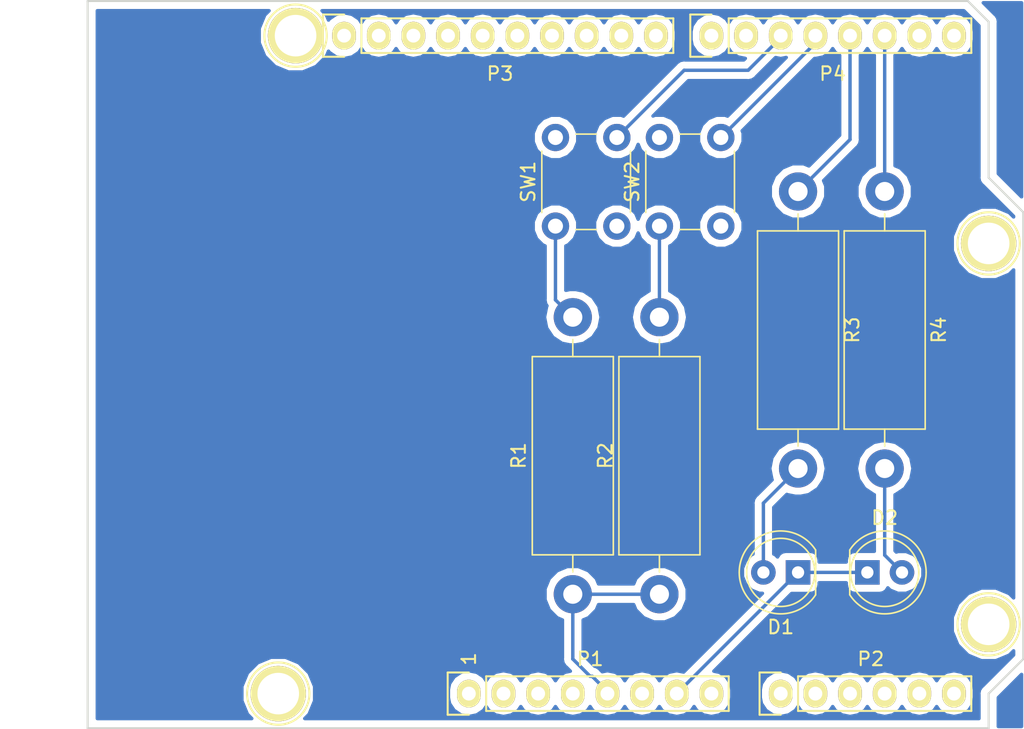
<source format=kicad_pcb>
(kicad_pcb (version 20171130) (host pcbnew "(5.0.0)")

  (general
    (thickness 1.6)
    (drawings 27)
    (tracks 25)
    (zones 0)
    (modules 16)
    (nets 37)
  )

  (page A4)
  (title_block
    (date "lun. 30 mars 2015")
  )

  (layers
    (0 F.Cu signal)
    (31 B.Cu signal)
    (32 B.Adhes user)
    (33 F.Adhes user)
    (34 B.Paste user)
    (35 F.Paste user)
    (36 B.SilkS user)
    (37 F.SilkS user)
    (38 B.Mask user)
    (39 F.Mask user)
    (40 Dwgs.User user)
    (41 Cmts.User user)
    (42 Eco1.User user)
    (43 Eco2.User user)
    (44 Edge.Cuts user)
    (45 Margin user)
    (46 B.CrtYd user)
    (47 F.CrtYd user)
    (48 B.Fab user)
    (49 F.Fab user)
  )

  (setup
    (last_trace_width 0.25)
    (trace_clearance 0.2)
    (zone_clearance 0.508)
    (zone_45_only no)
    (trace_min 0.2)
    (segment_width 0.15)
    (edge_width 0.15)
    (via_size 0.6)
    (via_drill 0.4)
    (via_min_size 0.4)
    (via_min_drill 0.3)
    (uvia_size 0.3)
    (uvia_drill 0.1)
    (uvias_allowed no)
    (uvia_min_size 0.2)
    (uvia_min_drill 0.1)
    (pcb_text_width 0.3)
    (pcb_text_size 1.5 1.5)
    (mod_edge_width 0.15)
    (mod_text_size 1 1)
    (mod_text_width 0.15)
    (pad_size 4.064 4.064)
    (pad_drill 3.048)
    (pad_to_mask_clearance 0)
    (aux_axis_origin 110.998 126.365)
    (grid_origin 110.998 126.365)
    (visible_elements 7FFFFFFF)
    (pcbplotparams
      (layerselection 0x00030_80000001)
      (usegerberextensions false)
      (usegerberattributes false)
      (usegerberadvancedattributes false)
      (creategerberjobfile false)
      (excludeedgelayer true)
      (linewidth 0.100000)
      (plotframeref false)
      (viasonmask false)
      (mode 1)
      (useauxorigin false)
      (hpglpennumber 1)
      (hpglpenspeed 20)
      (hpglpendiameter 15.000000)
      (psnegative false)
      (psa4output false)
      (plotreference true)
      (plotvalue true)
      (plotinvisibletext false)
      (padsonsilk false)
      (subtractmaskfromsilk false)
      (outputformat 1)
      (mirror false)
      (drillshape 1)
      (scaleselection 1)
      (outputdirectory ""))
  )

  (net 0 "")
  (net 1 /IOREF)
  (net 2 /Reset)
  (net 3 +5V)
  (net 4 GND)
  (net 5 /Vin)
  (net 6 /A0)
  (net 7 /A1)
  (net 8 /A2)
  (net 9 /A3)
  (net 10 /AREF)
  (net 11 "/A4(SDA)")
  (net 12 "/A5(SCL)")
  (net 13 "/9(**)")
  (net 14 /8)
  (net 15 /7)
  (net 16 "/6(**)")
  (net 17 "/5(**)")
  (net 18 /4)
  (net 19 "/3(**)")
  (net 20 /2)
  (net 21 "/1(Tx)")
  (net 22 "/0(Rx)")
  (net 23 "Net-(P5-Pad1)")
  (net 24 "Net-(P6-Pad1)")
  (net 25 "Net-(P7-Pad1)")
  (net 26 "Net-(P8-Pad1)")
  (net 27 "/13(SCK)")
  (net 28 "/10(**/SS)")
  (net 29 "Net-(P1-Pad1)")
  (net 30 +3V3)
  (net 31 "/12(MISO)")
  (net 32 "/11(**/MOSI)")
  (net 33 "Net-(D1-Pad2)")
  (net 34 "Net-(D2-Pad2)")
  (net 35 "Net-(R1-Pad2)")
  (net 36 "Net-(R2-Pad2)")

  (net_class Default "This is the default net class."
    (clearance 0.2)
    (trace_width 0.25)
    (via_dia 0.6)
    (via_drill 0.4)
    (uvia_dia 0.3)
    (uvia_drill 0.1)
    (add_net +3V3)
    (add_net +5V)
    (add_net "/0(Rx)")
    (add_net "/1(Tx)")
    (add_net "/10(**/SS)")
    (add_net "/11(**/MOSI)")
    (add_net "/12(MISO)")
    (add_net "/13(SCK)")
    (add_net /2)
    (add_net "/3(**)")
    (add_net /4)
    (add_net "/5(**)")
    (add_net "/6(**)")
    (add_net /7)
    (add_net /8)
    (add_net "/9(**)")
    (add_net /A0)
    (add_net /A1)
    (add_net /A2)
    (add_net /A3)
    (add_net "/A4(SDA)")
    (add_net "/A5(SCL)")
    (add_net /AREF)
    (add_net /IOREF)
    (add_net /Reset)
    (add_net /Vin)
    (add_net GND)
    (add_net "Net-(D1-Pad2)")
    (add_net "Net-(D2-Pad2)")
    (add_net "Net-(P1-Pad1)")
    (add_net "Net-(P5-Pad1)")
    (add_net "Net-(P6-Pad1)")
    (add_net "Net-(P7-Pad1)")
    (add_net "Net-(P8-Pad1)")
    (add_net "Net-(R1-Pad2)")
    (add_net "Net-(R2-Pad2)")
  )

  (module Button_Switch_THT:SW_PUSH_6mm_H5mm (layer F.Cu) (tedit 5A02FE31) (tstamp 5BBAFBE5)
    (at 152.908 89.535 90)
    (descr "tactile push button, 6x6mm e.g. PHAP33xx series, height=5mm")
    (tags "tact sw push 6mm")
    (path /5BB38CB5)
    (fp_text reference SW2 (at 3.25 -2 90) (layer F.SilkS)
      (effects (font (size 1 1) (thickness 0.15)))
    )
    (fp_text value SW_Push (at 3.75 6.7 90) (layer F.Fab)
      (effects (font (size 1 1) (thickness 0.15)))
    )
    (fp_circle (center 3.25 2.25) (end 1.25 2.5) (layer F.Fab) (width 0.1))
    (fp_line (start 6.75 3) (end 6.75 1.5) (layer F.SilkS) (width 0.12))
    (fp_line (start 5.5 -1) (end 1 -1) (layer F.SilkS) (width 0.12))
    (fp_line (start -0.25 1.5) (end -0.25 3) (layer F.SilkS) (width 0.12))
    (fp_line (start 1 5.5) (end 5.5 5.5) (layer F.SilkS) (width 0.12))
    (fp_line (start 8 -1.25) (end 8 5.75) (layer F.CrtYd) (width 0.05))
    (fp_line (start 7.75 6) (end -1.25 6) (layer F.CrtYd) (width 0.05))
    (fp_line (start -1.5 5.75) (end -1.5 -1.25) (layer F.CrtYd) (width 0.05))
    (fp_line (start -1.25 -1.5) (end 7.75 -1.5) (layer F.CrtYd) (width 0.05))
    (fp_line (start -1.5 6) (end -1.25 6) (layer F.CrtYd) (width 0.05))
    (fp_line (start -1.5 5.75) (end -1.5 6) (layer F.CrtYd) (width 0.05))
    (fp_line (start -1.5 -1.5) (end -1.25 -1.5) (layer F.CrtYd) (width 0.05))
    (fp_line (start -1.5 -1.25) (end -1.5 -1.5) (layer F.CrtYd) (width 0.05))
    (fp_line (start 8 -1.5) (end 8 -1.25) (layer F.CrtYd) (width 0.05))
    (fp_line (start 7.75 -1.5) (end 8 -1.5) (layer F.CrtYd) (width 0.05))
    (fp_line (start 8 6) (end 8 5.75) (layer F.CrtYd) (width 0.05))
    (fp_line (start 7.75 6) (end 8 6) (layer F.CrtYd) (width 0.05))
    (fp_line (start 0.25 -0.75) (end 3.25 -0.75) (layer F.Fab) (width 0.1))
    (fp_line (start 0.25 5.25) (end 0.25 -0.75) (layer F.Fab) (width 0.1))
    (fp_line (start 6.25 5.25) (end 0.25 5.25) (layer F.Fab) (width 0.1))
    (fp_line (start 6.25 -0.75) (end 6.25 5.25) (layer F.Fab) (width 0.1))
    (fp_line (start 3.25 -0.75) (end 6.25 -0.75) (layer F.Fab) (width 0.1))
    (fp_text user %R (at 3.25 2.25 90) (layer F.Fab)
      (effects (font (size 1 1) (thickness 0.15)))
    )
    (pad 1 thru_hole circle (at 6.5 0 180) (size 2 2) (drill 1.1) (layers *.Cu *.Mask)
      (net 36 "Net-(R2-Pad2)"))
    (pad 2 thru_hole circle (at 6.5 4.5 180) (size 2 2) (drill 1.1) (layers *.Cu *.Mask)
      (net 18 /4))
    (pad 1 thru_hole circle (at 0 0 180) (size 2 2) (drill 1.1) (layers *.Cu *.Mask)
      (net 36 "Net-(R2-Pad2)"))
    (pad 2 thru_hole circle (at 0 4.5 180) (size 2 2) (drill 1.1) (layers *.Cu *.Mask)
      (net 18 /4))
    (model ${KISYS3DMOD}/Button_Switch_THT.3dshapes/SW_PUSH_6mm_H5mm.wrl
      (at (xyz 0 0 0))
      (scale (xyz 1 1 1))
      (rotate (xyz 0 0 0))
    )
  )

  (module Socket_Arduino_Uno:Socket_Strip_Arduino_1x08 locked (layer F.Cu) (tedit 552168D2) (tstamp 551AF9EA)
    (at 138.938 123.825)
    (descr "Through hole socket strip")
    (tags "socket strip")
    (path /56D70129)
    (fp_text reference P1 (at 8.89 -2.54) (layer F.SilkS)
      (effects (font (size 1 1) (thickness 0.15)))
    )
    (fp_text value Power (at 8.89 -4.064) (layer F.Fab)
      (effects (font (size 1 1) (thickness 0.15)))
    )
    (fp_line (start -1.75 -1.75) (end -1.75 1.75) (layer F.CrtYd) (width 0.05))
    (fp_line (start 19.55 -1.75) (end 19.55 1.75) (layer F.CrtYd) (width 0.05))
    (fp_line (start -1.75 -1.75) (end 19.55 -1.75) (layer F.CrtYd) (width 0.05))
    (fp_line (start -1.75 1.75) (end 19.55 1.75) (layer F.CrtYd) (width 0.05))
    (fp_line (start 1.27 1.27) (end 19.05 1.27) (layer F.SilkS) (width 0.15))
    (fp_line (start 19.05 1.27) (end 19.05 -1.27) (layer F.SilkS) (width 0.15))
    (fp_line (start 19.05 -1.27) (end 1.27 -1.27) (layer F.SilkS) (width 0.15))
    (fp_line (start -1.55 1.55) (end 0 1.55) (layer F.SilkS) (width 0.15))
    (fp_line (start 1.27 1.27) (end 1.27 -1.27) (layer F.SilkS) (width 0.15))
    (fp_line (start 0 -1.55) (end -1.55 -1.55) (layer F.SilkS) (width 0.15))
    (fp_line (start -1.55 -1.55) (end -1.55 1.55) (layer F.SilkS) (width 0.15))
    (pad 1 thru_hole oval (at 0 0) (size 1.7272 2.032) (drill 1.016) (layers *.Cu *.Mask F.SilkS)
      (net 29 "Net-(P1-Pad1)"))
    (pad 2 thru_hole oval (at 2.54 0) (size 1.7272 2.032) (drill 1.016) (layers *.Cu *.Mask F.SilkS)
      (net 1 /IOREF))
    (pad 3 thru_hole oval (at 5.08 0) (size 1.7272 2.032) (drill 1.016) (layers *.Cu *.Mask F.SilkS)
      (net 2 /Reset))
    (pad 4 thru_hole oval (at 7.62 0) (size 1.7272 2.032) (drill 1.016) (layers *.Cu *.Mask F.SilkS)
      (net 30 +3V3))
    (pad 5 thru_hole oval (at 10.16 0) (size 1.7272 2.032) (drill 1.016) (layers *.Cu *.Mask F.SilkS)
      (net 3 +5V))
    (pad 6 thru_hole oval (at 12.7 0) (size 1.7272 2.032) (drill 1.016) (layers *.Cu *.Mask F.SilkS)
      (net 4 GND))
    (pad 7 thru_hole oval (at 15.24 0) (size 1.7272 2.032) (drill 1.016) (layers *.Cu *.Mask F.SilkS)
      (net 4 GND))
    (pad 8 thru_hole oval (at 17.78 0) (size 1.7272 2.032) (drill 1.016) (layers *.Cu *.Mask F.SilkS)
      (net 5 /Vin))
    (model ${KIPRJMOD}/Socket_Arduino_Uno.3dshapes/Socket_header_Arduino_1x08.wrl
      (offset (xyz 8.889999866485596 0 0))
      (scale (xyz 1 1 1))
      (rotate (xyz 0 0 180))
    )
  )

  (module Socket_Arduino_Uno:Socket_Strip_Arduino_1x06 locked (layer F.Cu) (tedit 552168D6) (tstamp 551AF9FF)
    (at 161.798 123.825)
    (descr "Through hole socket strip")
    (tags "socket strip")
    (path /56D70DD8)
    (fp_text reference P2 (at 6.604 -2.54) (layer F.SilkS)
      (effects (font (size 1 1) (thickness 0.15)))
    )
    (fp_text value Analog (at 6.604 -4.064) (layer F.Fab)
      (effects (font (size 1 1) (thickness 0.15)))
    )
    (fp_line (start -1.75 -1.75) (end -1.75 1.75) (layer F.CrtYd) (width 0.05))
    (fp_line (start 14.45 -1.75) (end 14.45 1.75) (layer F.CrtYd) (width 0.05))
    (fp_line (start -1.75 -1.75) (end 14.45 -1.75) (layer F.CrtYd) (width 0.05))
    (fp_line (start -1.75 1.75) (end 14.45 1.75) (layer F.CrtYd) (width 0.05))
    (fp_line (start 1.27 1.27) (end 13.97 1.27) (layer F.SilkS) (width 0.15))
    (fp_line (start 13.97 1.27) (end 13.97 -1.27) (layer F.SilkS) (width 0.15))
    (fp_line (start 13.97 -1.27) (end 1.27 -1.27) (layer F.SilkS) (width 0.15))
    (fp_line (start -1.55 1.55) (end 0 1.55) (layer F.SilkS) (width 0.15))
    (fp_line (start 1.27 1.27) (end 1.27 -1.27) (layer F.SilkS) (width 0.15))
    (fp_line (start 0 -1.55) (end -1.55 -1.55) (layer F.SilkS) (width 0.15))
    (fp_line (start -1.55 -1.55) (end -1.55 1.55) (layer F.SilkS) (width 0.15))
    (pad 1 thru_hole oval (at 0 0) (size 1.7272 2.032) (drill 1.016) (layers *.Cu *.Mask F.SilkS)
      (net 6 /A0))
    (pad 2 thru_hole oval (at 2.54 0) (size 1.7272 2.032) (drill 1.016) (layers *.Cu *.Mask F.SilkS)
      (net 7 /A1))
    (pad 3 thru_hole oval (at 5.08 0) (size 1.7272 2.032) (drill 1.016) (layers *.Cu *.Mask F.SilkS)
      (net 8 /A2))
    (pad 4 thru_hole oval (at 7.62 0) (size 1.7272 2.032) (drill 1.016) (layers *.Cu *.Mask F.SilkS)
      (net 9 /A3))
    (pad 5 thru_hole oval (at 10.16 0) (size 1.7272 2.032) (drill 1.016) (layers *.Cu *.Mask F.SilkS)
      (net 11 "/A4(SDA)"))
    (pad 6 thru_hole oval (at 12.7 0) (size 1.7272 2.032) (drill 1.016) (layers *.Cu *.Mask F.SilkS)
      (net 12 "/A5(SCL)"))
    (model ${KIPRJMOD}/Socket_Arduino_Uno.3dshapes/Socket_header_Arduino_1x06.wrl
      (offset (xyz 6.349999904632568 0 0))
      (scale (xyz 1 1 1))
      (rotate (xyz 0 0 180))
    )
  )

  (module Socket_Arduino_Uno:Socket_Strip_Arduino_1x10 locked (layer F.Cu) (tedit 552168BF) (tstamp 551AFA18)
    (at 129.794 75.565)
    (descr "Through hole socket strip")
    (tags "socket strip")
    (path /56D721E0)
    (fp_text reference P3 (at 11.43 2.794) (layer F.SilkS)
      (effects (font (size 1 1) (thickness 0.15)))
    )
    (fp_text value Digital (at 11.43 4.318) (layer F.Fab)
      (effects (font (size 1 1) (thickness 0.15)))
    )
    (fp_line (start -1.75 -1.75) (end -1.75 1.75) (layer F.CrtYd) (width 0.05))
    (fp_line (start 24.65 -1.75) (end 24.65 1.75) (layer F.CrtYd) (width 0.05))
    (fp_line (start -1.75 -1.75) (end 24.65 -1.75) (layer F.CrtYd) (width 0.05))
    (fp_line (start -1.75 1.75) (end 24.65 1.75) (layer F.CrtYd) (width 0.05))
    (fp_line (start 1.27 1.27) (end 24.13 1.27) (layer F.SilkS) (width 0.15))
    (fp_line (start 24.13 1.27) (end 24.13 -1.27) (layer F.SilkS) (width 0.15))
    (fp_line (start 24.13 -1.27) (end 1.27 -1.27) (layer F.SilkS) (width 0.15))
    (fp_line (start -1.55 1.55) (end 0 1.55) (layer F.SilkS) (width 0.15))
    (fp_line (start 1.27 1.27) (end 1.27 -1.27) (layer F.SilkS) (width 0.15))
    (fp_line (start 0 -1.55) (end -1.55 -1.55) (layer F.SilkS) (width 0.15))
    (fp_line (start -1.55 -1.55) (end -1.55 1.55) (layer F.SilkS) (width 0.15))
    (pad 1 thru_hole oval (at 0 0) (size 1.7272 2.032) (drill 1.016) (layers *.Cu *.Mask F.SilkS)
      (net 12 "/A5(SCL)"))
    (pad 2 thru_hole oval (at 2.54 0) (size 1.7272 2.032) (drill 1.016) (layers *.Cu *.Mask F.SilkS)
      (net 11 "/A4(SDA)"))
    (pad 3 thru_hole oval (at 5.08 0) (size 1.7272 2.032) (drill 1.016) (layers *.Cu *.Mask F.SilkS)
      (net 10 /AREF))
    (pad 4 thru_hole oval (at 7.62 0) (size 1.7272 2.032) (drill 1.016) (layers *.Cu *.Mask F.SilkS)
      (net 4 GND))
    (pad 5 thru_hole oval (at 10.16 0) (size 1.7272 2.032) (drill 1.016) (layers *.Cu *.Mask F.SilkS)
      (net 27 "/13(SCK)"))
    (pad 6 thru_hole oval (at 12.7 0) (size 1.7272 2.032) (drill 1.016) (layers *.Cu *.Mask F.SilkS)
      (net 31 "/12(MISO)"))
    (pad 7 thru_hole oval (at 15.24 0) (size 1.7272 2.032) (drill 1.016) (layers *.Cu *.Mask F.SilkS)
      (net 32 "/11(**/MOSI)"))
    (pad 8 thru_hole oval (at 17.78 0) (size 1.7272 2.032) (drill 1.016) (layers *.Cu *.Mask F.SilkS)
      (net 28 "/10(**/SS)"))
    (pad 9 thru_hole oval (at 20.32 0) (size 1.7272 2.032) (drill 1.016) (layers *.Cu *.Mask F.SilkS)
      (net 13 "/9(**)"))
    (pad 10 thru_hole oval (at 22.86 0) (size 1.7272 2.032) (drill 1.016) (layers *.Cu *.Mask F.SilkS)
      (net 14 /8))
    (model ${KIPRJMOD}/Socket_Arduino_Uno.3dshapes/Socket_header_Arduino_1x10.wrl
      (offset (xyz 11.42999982833862 0 0))
      (scale (xyz 1 1 1))
      (rotate (xyz 0 0 180))
    )
  )

  (module Socket_Arduino_Uno:Socket_Strip_Arduino_1x08 locked (layer F.Cu) (tedit 552168C7) (tstamp 551AFA2F)
    (at 156.718 75.565)
    (descr "Through hole socket strip")
    (tags "socket strip")
    (path /56D7164F)
    (fp_text reference P4 (at 8.89 2.794) (layer F.SilkS)
      (effects (font (size 1 1) (thickness 0.15)))
    )
    (fp_text value Digital (at 8.89 4.318) (layer F.Fab)
      (effects (font (size 1 1) (thickness 0.15)))
    )
    (fp_line (start -1.75 -1.75) (end -1.75 1.75) (layer F.CrtYd) (width 0.05))
    (fp_line (start 19.55 -1.75) (end 19.55 1.75) (layer F.CrtYd) (width 0.05))
    (fp_line (start -1.75 -1.75) (end 19.55 -1.75) (layer F.CrtYd) (width 0.05))
    (fp_line (start -1.75 1.75) (end 19.55 1.75) (layer F.CrtYd) (width 0.05))
    (fp_line (start 1.27 1.27) (end 19.05 1.27) (layer F.SilkS) (width 0.15))
    (fp_line (start 19.05 1.27) (end 19.05 -1.27) (layer F.SilkS) (width 0.15))
    (fp_line (start 19.05 -1.27) (end 1.27 -1.27) (layer F.SilkS) (width 0.15))
    (fp_line (start -1.55 1.55) (end 0 1.55) (layer F.SilkS) (width 0.15))
    (fp_line (start 1.27 1.27) (end 1.27 -1.27) (layer F.SilkS) (width 0.15))
    (fp_line (start 0 -1.55) (end -1.55 -1.55) (layer F.SilkS) (width 0.15))
    (fp_line (start -1.55 -1.55) (end -1.55 1.55) (layer F.SilkS) (width 0.15))
    (pad 1 thru_hole oval (at 0 0) (size 1.7272 2.032) (drill 1.016) (layers *.Cu *.Mask F.SilkS)
      (net 15 /7))
    (pad 2 thru_hole oval (at 2.54 0) (size 1.7272 2.032) (drill 1.016) (layers *.Cu *.Mask F.SilkS)
      (net 16 "/6(**)"))
    (pad 3 thru_hole oval (at 5.08 0) (size 1.7272 2.032) (drill 1.016) (layers *.Cu *.Mask F.SilkS)
      (net 17 "/5(**)"))
    (pad 4 thru_hole oval (at 7.62 0) (size 1.7272 2.032) (drill 1.016) (layers *.Cu *.Mask F.SilkS)
      (net 18 /4))
    (pad 5 thru_hole oval (at 10.16 0) (size 1.7272 2.032) (drill 1.016) (layers *.Cu *.Mask F.SilkS)
      (net 19 "/3(**)"))
    (pad 6 thru_hole oval (at 12.7 0) (size 1.7272 2.032) (drill 1.016) (layers *.Cu *.Mask F.SilkS)
      (net 20 /2))
    (pad 7 thru_hole oval (at 15.24 0) (size 1.7272 2.032) (drill 1.016) (layers *.Cu *.Mask F.SilkS)
      (net 21 "/1(Tx)"))
    (pad 8 thru_hole oval (at 17.78 0) (size 1.7272 2.032) (drill 1.016) (layers *.Cu *.Mask F.SilkS)
      (net 22 "/0(Rx)"))
    (model ${KIPRJMOD}/Socket_Arduino_Uno.3dshapes/Socket_header_Arduino_1x08.wrl
      (offset (xyz 8.889999866485596 0 0))
      (scale (xyz 1 1 1))
      (rotate (xyz 0 0 180))
    )
  )

  (module Socket_Arduino_Uno:Arduino_1pin locked (layer F.Cu) (tedit 5524FC39) (tstamp 5524FC3F)
    (at 124.968 123.825)
    (descr "module 1 pin (ou trou mecanique de percage)")
    (tags DEV)
    (path /56D71177)
    (fp_text reference P5 (at 0 -3.048) (layer F.SilkS) hide
      (effects (font (size 1 1) (thickness 0.15)))
    )
    (fp_text value CONN_01X01 (at 0 2.794) (layer F.Fab) hide
      (effects (font (size 1 1) (thickness 0.15)))
    )
    (fp_circle (center 0 0) (end 0 -2.286) (layer F.SilkS) (width 0.15))
    (pad 1 thru_hole circle (at 0 0) (size 4.064 4.064) (drill 3.048) (layers *.Cu *.Mask F.SilkS)
      (net 23 "Net-(P5-Pad1)"))
  )

  (module Socket_Arduino_Uno:Arduino_1pin locked (layer F.Cu) (tedit 5524FC4A) (tstamp 5524FC44)
    (at 177.038 118.745)
    (descr "module 1 pin (ou trou mecanique de percage)")
    (tags DEV)
    (path /56D71274)
    (fp_text reference P6 (at 0 -3.048) (layer F.SilkS) hide
      (effects (font (size 1 1) (thickness 0.15)))
    )
    (fp_text value CONN_01X01 (at 0 2.794) (layer F.Fab) hide
      (effects (font (size 1 1) (thickness 0.15)))
    )
    (fp_circle (center 0 0) (end 0 -2.286) (layer F.SilkS) (width 0.15))
    (pad 1 thru_hole circle (at 0 0) (size 4.064 4.064) (drill 3.048) (layers *.Cu *.Mask F.SilkS)
      (net 24 "Net-(P6-Pad1)"))
  )

  (module Socket_Arduino_Uno:Arduino_1pin locked (layer F.Cu) (tedit 5524FC2F) (tstamp 5524FC49)
    (at 126.238 75.565)
    (descr "module 1 pin (ou trou mecanique de percage)")
    (tags DEV)
    (path /56D712A8)
    (fp_text reference P7 (at 0 -3.048) (layer F.SilkS) hide
      (effects (font (size 1 1) (thickness 0.15)))
    )
    (fp_text value CONN_01X01 (at 0 2.794) (layer F.Fab) hide
      (effects (font (size 1 1) (thickness 0.15)))
    )
    (fp_circle (center 0 0) (end 0 -2.286) (layer F.SilkS) (width 0.15))
    (pad 1 thru_hole circle (at 0 0) (size 4.064 4.064) (drill 3.048) (layers *.Cu *.Mask F.SilkS)
      (net 25 "Net-(P7-Pad1)"))
  )

  (module Socket_Arduino_Uno:Arduino_1pin locked (layer F.Cu) (tedit 5524FC41) (tstamp 5524FC4E)
    (at 177.038 90.805)
    (descr "module 1 pin (ou trou mecanique de percage)")
    (tags DEV)
    (path /56D712DB)
    (fp_text reference P8 (at 0 -3.048) (layer F.SilkS) hide
      (effects (font (size 1 1) (thickness 0.15)))
    )
    (fp_text value CONN_01X01 (at 0 2.794) (layer F.Fab) hide
      (effects (font (size 1 1) (thickness 0.15)))
    )
    (fp_circle (center 0 0) (end 0 -2.286) (layer F.SilkS) (width 0.15))
    (pad 1 thru_hole circle (at 0 0) (size 4.064 4.064) (drill 3.048) (layers *.Cu *.Mask F.SilkS)
      (net 26 "Net-(P8-Pad1)"))
  )

  (module Resistor_THT:R_Axial_DIN0614_L14.3mm_D5.7mm_P20.32mm_Horizontal (layer F.Cu) (tedit 5AE5139B) (tstamp 5BBAFB62)
    (at 146.558 116.536544 90)
    (descr "Resistor, Axial_DIN0614 series, Axial, Horizontal, pin pitch=20.32mm, 1.5W, length*diameter=14.3*5.7mm^2")
    (tags "Resistor Axial_DIN0614 series Axial Horizontal pin pitch 20.32mm 1.5W length 14.3mm diameter 5.7mm")
    (path /5BB3B58E)
    (fp_text reference R1 (at 10.16 -3.97 90) (layer F.SilkS)
      (effects (font (size 1 1) (thickness 0.15)))
    )
    (fp_text value 100 (at 10.16 3.97 90) (layer F.Fab)
      (effects (font (size 1 1) (thickness 0.15)))
    )
    (fp_line (start 3.01 -2.85) (end 3.01 2.85) (layer F.Fab) (width 0.1))
    (fp_line (start 3.01 2.85) (end 17.31 2.85) (layer F.Fab) (width 0.1))
    (fp_line (start 17.31 2.85) (end 17.31 -2.85) (layer F.Fab) (width 0.1))
    (fp_line (start 17.31 -2.85) (end 3.01 -2.85) (layer F.Fab) (width 0.1))
    (fp_line (start 0 0) (end 3.01 0) (layer F.Fab) (width 0.1))
    (fp_line (start 20.32 0) (end 17.31 0) (layer F.Fab) (width 0.1))
    (fp_line (start 2.89 -2.97) (end 2.89 2.97) (layer F.SilkS) (width 0.12))
    (fp_line (start 2.89 2.97) (end 17.43 2.97) (layer F.SilkS) (width 0.12))
    (fp_line (start 17.43 2.97) (end 17.43 -2.97) (layer F.SilkS) (width 0.12))
    (fp_line (start 17.43 -2.97) (end 2.89 -2.97) (layer F.SilkS) (width 0.12))
    (fp_line (start 1.64 0) (end 2.89 0) (layer F.SilkS) (width 0.12))
    (fp_line (start 18.68 0) (end 17.43 0) (layer F.SilkS) (width 0.12))
    (fp_line (start -1.65 -3.1) (end -1.65 3.1) (layer F.CrtYd) (width 0.05))
    (fp_line (start -1.65 3.1) (end 21.97 3.1) (layer F.CrtYd) (width 0.05))
    (fp_line (start 21.97 3.1) (end 21.97 -3.1) (layer F.CrtYd) (width 0.05))
    (fp_line (start 21.97 -3.1) (end -1.65 -3.1) (layer F.CrtYd) (width 0.05))
    (fp_text user %R (at 10.16 0 90) (layer F.Fab)
      (effects (font (size 1 1) (thickness 0.15)))
    )
    (pad 1 thru_hole circle (at 0 0 90) (size 2.8 2.8) (drill 1.4) (layers *.Cu *.Mask)
      (net 3 +5V))
    (pad 2 thru_hole oval (at 20.32 0 90) (size 2.8 2.8) (drill 1.4) (layers *.Cu *.Mask)
      (net 35 "Net-(R1-Pad2)"))
    (model ${KISYS3DMOD}/Resistor_THT.3dshapes/R_Axial_DIN0614_L14.3mm_D5.7mm_P20.32mm_Horizontal.wrl
      (at (xyz 0 0 0))
      (scale (xyz 1 1 1))
      (rotate (xyz 0 0 0))
    )
  )

  (module Resistor_THT:R_Axial_DIN0614_L14.3mm_D5.7mm_P20.32mm_Horizontal (layer F.Cu) (tedit 5AE5139B) (tstamp 5BBAFB79)
    (at 152.908 116.536544 90)
    (descr "Resistor, Axial_DIN0614 series, Axial, Horizontal, pin pitch=20.32mm, 1.5W, length*diameter=14.3*5.7mm^2")
    (tags "Resistor Axial_DIN0614 series Axial Horizontal pin pitch 20.32mm 1.5W length 14.3mm diameter 5.7mm")
    (path /5BB3B554)
    (fp_text reference R2 (at 10.16 -3.97 90) (layer F.SilkS)
      (effects (font (size 1 1) (thickness 0.15)))
    )
    (fp_text value 100 (at 10.16 3.97 90) (layer F.Fab)
      (effects (font (size 1 1) (thickness 0.15)))
    )
    (fp_text user %R (at 10.16 0 90) (layer F.Fab)
      (effects (font (size 1 1) (thickness 0.15)))
    )
    (fp_line (start 21.97 -3.1) (end -1.65 -3.1) (layer F.CrtYd) (width 0.05))
    (fp_line (start 21.97 3.1) (end 21.97 -3.1) (layer F.CrtYd) (width 0.05))
    (fp_line (start -1.65 3.1) (end 21.97 3.1) (layer F.CrtYd) (width 0.05))
    (fp_line (start -1.65 -3.1) (end -1.65 3.1) (layer F.CrtYd) (width 0.05))
    (fp_line (start 18.68 0) (end 17.43 0) (layer F.SilkS) (width 0.12))
    (fp_line (start 1.64 0) (end 2.89 0) (layer F.SilkS) (width 0.12))
    (fp_line (start 17.43 -2.97) (end 2.89 -2.97) (layer F.SilkS) (width 0.12))
    (fp_line (start 17.43 2.97) (end 17.43 -2.97) (layer F.SilkS) (width 0.12))
    (fp_line (start 2.89 2.97) (end 17.43 2.97) (layer F.SilkS) (width 0.12))
    (fp_line (start 2.89 -2.97) (end 2.89 2.97) (layer F.SilkS) (width 0.12))
    (fp_line (start 20.32 0) (end 17.31 0) (layer F.Fab) (width 0.1))
    (fp_line (start 0 0) (end 3.01 0) (layer F.Fab) (width 0.1))
    (fp_line (start 17.31 -2.85) (end 3.01 -2.85) (layer F.Fab) (width 0.1))
    (fp_line (start 17.31 2.85) (end 17.31 -2.85) (layer F.Fab) (width 0.1))
    (fp_line (start 3.01 2.85) (end 17.31 2.85) (layer F.Fab) (width 0.1))
    (fp_line (start 3.01 -2.85) (end 3.01 2.85) (layer F.Fab) (width 0.1))
    (pad 2 thru_hole oval (at 20.32 0 90) (size 2.8 2.8) (drill 1.4) (layers *.Cu *.Mask)
      (net 36 "Net-(R2-Pad2)"))
    (pad 1 thru_hole circle (at 0 0 90) (size 2.8 2.8) (drill 1.4) (layers *.Cu *.Mask)
      (net 3 +5V))
    (model ${KISYS3DMOD}/Resistor_THT.3dshapes/R_Axial_DIN0614_L14.3mm_D5.7mm_P20.32mm_Horizontal.wrl
      (at (xyz 0 0 0))
      (scale (xyz 1 1 1))
      (rotate (xyz 0 0 0))
    )
  )

  (module Resistor_THT:R_Axial_DIN0614_L14.3mm_D5.7mm_P20.32mm_Horizontal (layer F.Cu) (tedit 5AE5139B) (tstamp 5BBAFB90)
    (at 163.068 86.995 270)
    (descr "Resistor, Axial_DIN0614 series, Axial, Horizontal, pin pitch=20.32mm, 1.5W, length*diameter=14.3*5.7mm^2")
    (tags "Resistor Axial_DIN0614 series Axial Horizontal pin pitch 20.32mm 1.5W length 14.3mm diameter 5.7mm")
    (path /5BB3B51E)
    (fp_text reference R3 (at 10.16 -3.97 270) (layer F.SilkS)
      (effects (font (size 1 1) (thickness 0.15)))
    )
    (fp_text value 100 (at 10.16 3.97 270) (layer F.Fab)
      (effects (font (size 1 1) (thickness 0.15)))
    )
    (fp_line (start 3.01 -2.85) (end 3.01 2.85) (layer F.Fab) (width 0.1))
    (fp_line (start 3.01 2.85) (end 17.31 2.85) (layer F.Fab) (width 0.1))
    (fp_line (start 17.31 2.85) (end 17.31 -2.85) (layer F.Fab) (width 0.1))
    (fp_line (start 17.31 -2.85) (end 3.01 -2.85) (layer F.Fab) (width 0.1))
    (fp_line (start 0 0) (end 3.01 0) (layer F.Fab) (width 0.1))
    (fp_line (start 20.32 0) (end 17.31 0) (layer F.Fab) (width 0.1))
    (fp_line (start 2.89 -2.97) (end 2.89 2.97) (layer F.SilkS) (width 0.12))
    (fp_line (start 2.89 2.97) (end 17.43 2.97) (layer F.SilkS) (width 0.12))
    (fp_line (start 17.43 2.97) (end 17.43 -2.97) (layer F.SilkS) (width 0.12))
    (fp_line (start 17.43 -2.97) (end 2.89 -2.97) (layer F.SilkS) (width 0.12))
    (fp_line (start 1.64 0) (end 2.89 0) (layer F.SilkS) (width 0.12))
    (fp_line (start 18.68 0) (end 17.43 0) (layer F.SilkS) (width 0.12))
    (fp_line (start -1.65 -3.1) (end -1.65 3.1) (layer F.CrtYd) (width 0.05))
    (fp_line (start -1.65 3.1) (end 21.97 3.1) (layer F.CrtYd) (width 0.05))
    (fp_line (start 21.97 3.1) (end 21.97 -3.1) (layer F.CrtYd) (width 0.05))
    (fp_line (start 21.97 -3.1) (end -1.65 -3.1) (layer F.CrtYd) (width 0.05))
    (fp_text user %R (at 10.16 0 270) (layer F.Fab)
      (effects (font (size 1 1) (thickness 0.15)))
    )
    (pad 1 thru_hole circle (at 0 0 270) (size 2.8 2.8) (drill 1.4) (layers *.Cu *.Mask)
      (net 19 "/3(**)"))
    (pad 2 thru_hole oval (at 20.32 0 270) (size 2.8 2.8) (drill 1.4) (layers *.Cu *.Mask)
      (net 33 "Net-(D1-Pad2)"))
    (model ${KISYS3DMOD}/Resistor_THT.3dshapes/R_Axial_DIN0614_L14.3mm_D5.7mm_P20.32mm_Horizontal.wrl
      (at (xyz 0 0 0))
      (scale (xyz 1 1 1))
      (rotate (xyz 0 0 0))
    )
  )

  (module Resistor_THT:R_Axial_DIN0614_L14.3mm_D5.7mm_P20.32mm_Horizontal (layer F.Cu) (tedit 5AE5139B) (tstamp 5BBAFBA7)
    (at 169.418 86.995 270)
    (descr "Resistor, Axial_DIN0614 series, Axial, Horizontal, pin pitch=20.32mm, 1.5W, length*diameter=14.3*5.7mm^2")
    (tags "Resistor Axial_DIN0614 series Axial Horizontal pin pitch 20.32mm 1.5W length 14.3mm diameter 5.7mm")
    (path /5BB3B4A8)
    (fp_text reference R4 (at 10.16 -3.97 270) (layer F.SilkS)
      (effects (font (size 1 1) (thickness 0.15)))
    )
    (fp_text value 100 (at 10.16 3.97 270) (layer F.Fab)
      (effects (font (size 1 1) (thickness 0.15)))
    )
    (fp_text user %R (at 10.16 0 270) (layer F.Fab)
      (effects (font (size 1 1) (thickness 0.15)))
    )
    (fp_line (start 21.97 -3.1) (end -1.65 -3.1) (layer F.CrtYd) (width 0.05))
    (fp_line (start 21.97 3.1) (end 21.97 -3.1) (layer F.CrtYd) (width 0.05))
    (fp_line (start -1.65 3.1) (end 21.97 3.1) (layer F.CrtYd) (width 0.05))
    (fp_line (start -1.65 -3.1) (end -1.65 3.1) (layer F.CrtYd) (width 0.05))
    (fp_line (start 18.68 0) (end 17.43 0) (layer F.SilkS) (width 0.12))
    (fp_line (start 1.64 0) (end 2.89 0) (layer F.SilkS) (width 0.12))
    (fp_line (start 17.43 -2.97) (end 2.89 -2.97) (layer F.SilkS) (width 0.12))
    (fp_line (start 17.43 2.97) (end 17.43 -2.97) (layer F.SilkS) (width 0.12))
    (fp_line (start 2.89 2.97) (end 17.43 2.97) (layer F.SilkS) (width 0.12))
    (fp_line (start 2.89 -2.97) (end 2.89 2.97) (layer F.SilkS) (width 0.12))
    (fp_line (start 20.32 0) (end 17.31 0) (layer F.Fab) (width 0.1))
    (fp_line (start 0 0) (end 3.01 0) (layer F.Fab) (width 0.1))
    (fp_line (start 17.31 -2.85) (end 3.01 -2.85) (layer F.Fab) (width 0.1))
    (fp_line (start 17.31 2.85) (end 17.31 -2.85) (layer F.Fab) (width 0.1))
    (fp_line (start 3.01 2.85) (end 17.31 2.85) (layer F.Fab) (width 0.1))
    (fp_line (start 3.01 -2.85) (end 3.01 2.85) (layer F.Fab) (width 0.1))
    (pad 2 thru_hole oval (at 20.32 0 270) (size 2.8 2.8) (drill 1.4) (layers *.Cu *.Mask)
      (net 34 "Net-(D2-Pad2)"))
    (pad 1 thru_hole circle (at 0 0 270) (size 2.8 2.8) (drill 1.4) (layers *.Cu *.Mask)
      (net 20 /2))
    (model ${KISYS3DMOD}/Resistor_THT.3dshapes/R_Axial_DIN0614_L14.3mm_D5.7mm_P20.32mm_Horizontal.wrl
      (at (xyz 0 0 0))
      (scale (xyz 1 1 1))
      (rotate (xyz 0 0 0))
    )
  )

  (module Button_Switch_THT:SW_PUSH_6mm_H5mm (layer F.Cu) (tedit 5A02FE31) (tstamp 5BBAFBC6)
    (at 145.288 89.535 90)
    (descr "tactile push button, 6x6mm e.g. PHAP33xx series, height=5mm")
    (tags "tact sw push 6mm")
    (path /5BB38D75)
    (fp_text reference SW1 (at 3.25 -2 90) (layer F.SilkS)
      (effects (font (size 1 1) (thickness 0.15)))
    )
    (fp_text value SW_Push (at 3.75 6.7 90) (layer F.Fab)
      (effects (font (size 1 1) (thickness 0.15)))
    )
    (fp_text user %R (at 3.25 2.25 90) (layer F.Fab)
      (effects (font (size 1 1) (thickness 0.15)))
    )
    (fp_line (start 3.25 -0.75) (end 6.25 -0.75) (layer F.Fab) (width 0.1))
    (fp_line (start 6.25 -0.75) (end 6.25 5.25) (layer F.Fab) (width 0.1))
    (fp_line (start 6.25 5.25) (end 0.25 5.25) (layer F.Fab) (width 0.1))
    (fp_line (start 0.25 5.25) (end 0.25 -0.75) (layer F.Fab) (width 0.1))
    (fp_line (start 0.25 -0.75) (end 3.25 -0.75) (layer F.Fab) (width 0.1))
    (fp_line (start 7.75 6) (end 8 6) (layer F.CrtYd) (width 0.05))
    (fp_line (start 8 6) (end 8 5.75) (layer F.CrtYd) (width 0.05))
    (fp_line (start 7.75 -1.5) (end 8 -1.5) (layer F.CrtYd) (width 0.05))
    (fp_line (start 8 -1.5) (end 8 -1.25) (layer F.CrtYd) (width 0.05))
    (fp_line (start -1.5 -1.25) (end -1.5 -1.5) (layer F.CrtYd) (width 0.05))
    (fp_line (start -1.5 -1.5) (end -1.25 -1.5) (layer F.CrtYd) (width 0.05))
    (fp_line (start -1.5 5.75) (end -1.5 6) (layer F.CrtYd) (width 0.05))
    (fp_line (start -1.5 6) (end -1.25 6) (layer F.CrtYd) (width 0.05))
    (fp_line (start -1.25 -1.5) (end 7.75 -1.5) (layer F.CrtYd) (width 0.05))
    (fp_line (start -1.5 5.75) (end -1.5 -1.25) (layer F.CrtYd) (width 0.05))
    (fp_line (start 7.75 6) (end -1.25 6) (layer F.CrtYd) (width 0.05))
    (fp_line (start 8 -1.25) (end 8 5.75) (layer F.CrtYd) (width 0.05))
    (fp_line (start 1 5.5) (end 5.5 5.5) (layer F.SilkS) (width 0.12))
    (fp_line (start -0.25 1.5) (end -0.25 3) (layer F.SilkS) (width 0.12))
    (fp_line (start 5.5 -1) (end 1 -1) (layer F.SilkS) (width 0.12))
    (fp_line (start 6.75 3) (end 6.75 1.5) (layer F.SilkS) (width 0.12))
    (fp_circle (center 3.25 2.25) (end 1.25 2.5) (layer F.Fab) (width 0.1))
    (pad 2 thru_hole circle (at 0 4.5 180) (size 2 2) (drill 1.1) (layers *.Cu *.Mask)
      (net 17 "/5(**)"))
    (pad 1 thru_hole circle (at 0 0 180) (size 2 2) (drill 1.1) (layers *.Cu *.Mask)
      (net 35 "Net-(R1-Pad2)"))
    (pad 2 thru_hole circle (at 6.5 4.5 180) (size 2 2) (drill 1.1) (layers *.Cu *.Mask)
      (net 17 "/5(**)"))
    (pad 1 thru_hole circle (at 6.5 0 180) (size 2 2) (drill 1.1) (layers *.Cu *.Mask)
      (net 35 "Net-(R1-Pad2)"))
    (model ${KISYS3DMOD}/Button_Switch_THT.3dshapes/SW_PUSH_6mm_H5mm.wrl
      (at (xyz 0 0 0))
      (scale (xyz 1 1 1))
      (rotate (xyz 0 0 0))
    )
  )

  (module LED_THT:LED_D5.0mm_FlatTop (layer F.Cu) (tedit 5880A862) (tstamp 5BBAFDB9)
    (at 163.068 114.935 180)
    (descr "LED, Round, FlatTop, diameter 5.0mm, 2 pins, http://www.kingbright.com/attachments/file/psearch/000/00/00/L-483GDT(Ver.15B).pdf")
    (tags "LED Round FlatTop diameter 5.0mm 2 pins")
    (path /5BB35B9B)
    (fp_text reference D1 (at 1.27 -4.01 180) (layer F.SilkS)
      (effects (font (size 1 1) (thickness 0.15)))
    )
    (fp_text value LED (at 1.27 4.01 180) (layer F.Fab)
      (effects (font (size 1 1) (thickness 0.15)))
    )
    (fp_line (start 4.55 -3.3) (end -2 -3.3) (layer F.CrtYd) (width 0.05))
    (fp_line (start 4.55 3.3) (end 4.55 -3.3) (layer F.CrtYd) (width 0.05))
    (fp_line (start -2 3.3) (end 4.55 3.3) (layer F.CrtYd) (width 0.05))
    (fp_line (start -2 -3.3) (end -2 3.3) (layer F.CrtYd) (width 0.05))
    (fp_line (start -1.29 -1.64) (end -1.29 1.64) (layer F.SilkS) (width 0.12))
    (fp_line (start -1.23 -1.566046) (end -1.23 1.566046) (layer F.Fab) (width 0.1))
    (fp_circle (center 1.27 0) (end 3.77 0) (layer F.SilkS) (width 0.12))
    (fp_circle (center 1.27 0) (end 3.77 0) (layer F.Fab) (width 0.1))
    (fp_arc (start 1.27 0) (end -1.29 1.639512) (angle -147.4) (layer F.SilkS) (width 0.12))
    (fp_arc (start 1.27 0) (end -1.29 -1.639512) (angle 147.4) (layer F.SilkS) (width 0.12))
    (fp_arc (start 1.27 0) (end -1.23 -1.566046) (angle 295.9) (layer F.Fab) (width 0.1))
    (pad 2 thru_hole circle (at 2.54 0 180) (size 1.8 1.8) (drill 0.9) (layers *.Cu *.Mask)
      (net 33 "Net-(D1-Pad2)"))
    (pad 1 thru_hole rect (at 0 0 180) (size 1.8 1.8) (drill 0.9) (layers *.Cu *.Mask)
      (net 4 GND))
    (model ${KISYS3DMOD}/LED_THT.3dshapes/LED_D5.0mm_FlatTop.wrl
      (at (xyz 0 0 0))
      (scale (xyz 1 1 1))
      (rotate (xyz 0 0 0))
    )
  )

  (module LED_THT:LED_D5.0mm_FlatTop (layer F.Cu) (tedit 5880A862) (tstamp 5BBAFDCA)
    (at 168.148 114.935)
    (descr "LED, Round, FlatTop, diameter 5.0mm, 2 pins, http://www.kingbright.com/attachments/file/psearch/000/00/00/L-483GDT(Ver.15B).pdf")
    (tags "LED Round FlatTop diameter 5.0mm 2 pins")
    (path /5BB35BE3)
    (fp_text reference D2 (at 1.27 -4.01) (layer F.SilkS)
      (effects (font (size 1 1) (thickness 0.15)))
    )
    (fp_text value LED (at 1.27 4.01) (layer F.Fab)
      (effects (font (size 1 1) (thickness 0.15)))
    )
    (fp_arc (start 1.27 0) (end -1.23 -1.566046) (angle 295.9) (layer F.Fab) (width 0.1))
    (fp_arc (start 1.27 0) (end -1.29 -1.639512) (angle 147.4) (layer F.SilkS) (width 0.12))
    (fp_arc (start 1.27 0) (end -1.29 1.639512) (angle -147.4) (layer F.SilkS) (width 0.12))
    (fp_circle (center 1.27 0) (end 3.77 0) (layer F.Fab) (width 0.1))
    (fp_circle (center 1.27 0) (end 3.77 0) (layer F.SilkS) (width 0.12))
    (fp_line (start -1.23 -1.566046) (end -1.23 1.566046) (layer F.Fab) (width 0.1))
    (fp_line (start -1.29 -1.64) (end -1.29 1.64) (layer F.SilkS) (width 0.12))
    (fp_line (start -2 -3.3) (end -2 3.3) (layer F.CrtYd) (width 0.05))
    (fp_line (start -2 3.3) (end 4.55 3.3) (layer F.CrtYd) (width 0.05))
    (fp_line (start 4.55 3.3) (end 4.55 -3.3) (layer F.CrtYd) (width 0.05))
    (fp_line (start 4.55 -3.3) (end -2 -3.3) (layer F.CrtYd) (width 0.05))
    (pad 1 thru_hole rect (at 0 0) (size 1.8 1.8) (drill 0.9) (layers *.Cu *.Mask)
      (net 4 GND))
    (pad 2 thru_hole circle (at 2.54 0) (size 1.8 1.8) (drill 0.9) (layers *.Cu *.Mask)
      (net 34 "Net-(D2-Pad2)"))
    (model ${KISYS3DMOD}/LED_THT.3dshapes/LED_D5.0mm_FlatTop.wrl
      (at (xyz 0 0 0))
      (scale (xyz 1 1 1))
      (rotate (xyz 0 0 0))
    )
  )

  (gr_text 1 (at 138.938 121.285 90) (layer F.SilkS)
    (effects (font (size 1 1) (thickness 0.15)))
  )
  (gr_circle (center 117.348 76.962) (end 118.618 76.962) (layer Dwgs.User) (width 0.15))
  (gr_line (start 114.427 78.994) (end 114.427 74.93) (angle 90) (layer Dwgs.User) (width 0.15))
  (gr_line (start 120.269 78.994) (end 114.427 78.994) (angle 90) (layer Dwgs.User) (width 0.15))
  (gr_line (start 120.269 74.93) (end 120.269 78.994) (angle 90) (layer Dwgs.User) (width 0.15))
  (gr_line (start 114.427 74.93) (end 120.269 74.93) (angle 90) (layer Dwgs.User) (width 0.15))
  (gr_line (start 120.523 93.98) (end 104.648 93.98) (angle 90) (layer Dwgs.User) (width 0.15))
  (gr_line (start 177.038 74.549) (end 175.514 73.025) (angle 90) (layer Edge.Cuts) (width 0.15))
  (gr_line (start 177.038 85.979) (end 177.038 74.549) (angle 90) (layer Edge.Cuts) (width 0.15))
  (gr_line (start 179.578 88.519) (end 177.038 85.979) (angle 90) (layer Edge.Cuts) (width 0.15))
  (gr_line (start 179.578 121.285) (end 179.578 88.519) (angle 90) (layer Edge.Cuts) (width 0.15))
  (gr_line (start 177.038 123.825) (end 179.578 121.285) (angle 90) (layer Edge.Cuts) (width 0.15))
  (gr_line (start 177.038 126.365) (end 177.038 123.825) (angle 90) (layer Edge.Cuts) (width 0.15))
  (gr_line (start 110.998 126.365) (end 177.038 126.365) (angle 90) (layer Edge.Cuts) (width 0.15))
  (gr_line (start 110.998 73.025) (end 110.998 126.365) (angle 90) (layer Edge.Cuts) (width 0.15))
  (gr_line (start 175.514 73.025) (end 110.998 73.025) (angle 90) (layer Edge.Cuts) (width 0.15))
  (gr_line (start 159.385 103.505) (end 159.385 95.885) (angle 90) (layer Dwgs.User) (width 0.15))
  (gr_line (start 167.005 99.695) (end 161.925 99.695) (angle 90) (layer Dwgs.User) (width 0.15))
  (gr_line (start 178.435 94.615) (end 178.435 102.235) (angle 90) (layer Dwgs.User) (width 0.15))
  (gr_line (start 159.385 95.885) (end 164.465 95.885) (angle 90) (layer Dwgs.User) (width 0.15))
  (gr_line (start 109.093 123.19) (end 109.093 114.3) (angle 90) (layer Dwgs.User) (width 0.15))
  (gr_line (start 122.428 123.19) (end 109.093 123.19) (angle 90) (layer Dwgs.User) (width 0.15))
  (gr_line (start 122.428 114.3) (end 122.428 123.19) (angle 90) (layer Dwgs.User) (width 0.15))
  (gr_line (start 109.093 114.3) (end 122.428 114.3) (angle 90) (layer Dwgs.User) (width 0.15))
  (gr_line (start 104.648 93.98) (end 104.648 82.55) (angle 90) (layer Dwgs.User) (width 0.15))
  (gr_line (start 120.523 82.55) (end 120.523 93.98) (angle 90) (layer Dwgs.User) (width 0.15))
  (gr_line (start 104.648 82.55) (end 120.523 82.55) (angle 90) (layer Dwgs.User) (width 0.15))

  (segment (start 164.658 113.145) (end 164.338 112.825) (width 0.25) (layer F.Cu) (net 0))
  (segment (start 149.098 123.6726) (end 149.098 123.825) (width 0.25) (layer B.Cu) (net 3))
  (segment (start 147.9844 122.559) (end 149.098 123.6726) (width 0.25) (layer B.Cu) (net 3))
  (segment (start 147.832 122.559) (end 147.9844 122.559) (width 0.25) (layer B.Cu) (net 3))
  (segment (start 146.558 121.285) (end 147.832 122.559) (width 0.25) (layer B.Cu) (net 3))
  (segment (start 146.558 116.536544) (end 146.558 121.285) (width 0.25) (layer B.Cu) (net 3))
  (segment (start 152.908 116.536544) (end 146.558 116.536544) (width 0.25) (layer B.Cu) (net 3))
  (segment (start 168.148 114.935) (end 163.068 114.935) (width 0.25) (layer B.Cu) (net 4))
  (segment (start 163.068 114.935) (end 154.178 123.825) (width 0.25) (layer B.Cu) (net 4))
  (segment (start 161.798 75.7174) (end 159.4104 78.105) (width 0.25) (layer B.Cu) (net 17))
  (segment (start 161.798 75.565) (end 161.798 75.7174) (width 0.25) (layer B.Cu) (net 17))
  (segment (start 154.718 78.105) (end 149.788 83.035) (width 0.25) (layer B.Cu) (net 17))
  (segment (start 159.4104 78.105) (end 154.718 78.105) (width 0.25) (layer B.Cu) (net 17))
  (segment (start 164.338 76.105) (end 164.338 75.565) (width 0.25) (layer B.Cu) (net 18))
  (segment (start 157.408 83.035) (end 164.338 76.105) (width 0.25) (layer B.Cu) (net 18))
  (segment (start 166.878 83.185) (end 163.068 86.995) (width 0.25) (layer B.Cu) (net 19))
  (segment (start 166.878 75.565) (end 166.878 83.185) (width 0.25) (layer B.Cu) (net 19))
  (segment (start 169.418 75.565) (end 169.418 86.995) (width 0.25) (layer B.Cu) (net 20))
  (segment (start 160.528 109.855) (end 160.528 114.935) (width 0.25) (layer B.Cu) (net 33))
  (segment (start 163.068 107.315) (end 160.528 109.855) (width 0.25) (layer B.Cu) (net 33))
  (segment (start 169.418 113.665) (end 170.688 114.935) (width 0.25) (layer B.Cu) (net 34))
  (segment (start 169.418 107.315) (end 169.418 113.665) (width 0.25) (layer B.Cu) (net 34))
  (segment (start 145.288 94.946544) (end 146.558 96.216544) (width 0.25) (layer B.Cu) (net 35))
  (segment (start 145.288 89.535) (end 145.288 94.946544) (width 0.25) (layer B.Cu) (net 35))
  (segment (start 152.908 89.535) (end 152.908 96.216544) (width 0.25) (layer B.Cu) (net 36))

  (zone (net 0) (net_name "") (layer B.Cu) (tstamp 0) (hatch edge 0.508)
    (connect_pads (clearance 0.508))
    (min_thickness 0.254)
    (fill yes (arc_segments 16) (thermal_gap 0.508) (thermal_bridge_width 0.508))
    (polygon
      (pts
        (xy 110.998 73.025) (xy 110.998 126.365) (xy 179.578 126.365) (xy 179.578 73.025)
      )
    )
    (filled_polygon
      (pts
        (xy 179.451 126.238) (xy 177.748 126.238) (xy 177.748 124.11909) (xy 179.451 122.416091)
      )
    )
    (filled_polygon
      (pts
        (xy 123.977026 74.054266) (xy 123.571 75.034501) (xy 123.571 76.095499) (xy 123.977026 77.075734) (xy 124.727266 77.825974)
        (xy 125.707501 78.232) (xy 126.768499 78.232) (xy 127.748734 77.825974) (xy 128.498974 77.075734) (xy 128.652156 76.705918)
        (xy 128.71357 76.79783) (xy 129.209276 77.12905) (xy 129.794 77.245359) (xy 130.378725 77.12905) (xy 130.87443 76.79783)
        (xy 131.064 76.514119) (xy 131.25357 76.79783) (xy 131.749276 77.12905) (xy 132.334 77.245359) (xy 132.918725 77.12905)
        (xy 133.41443 76.79783) (xy 133.604 76.514119) (xy 133.79357 76.79783) (xy 134.289276 77.12905) (xy 134.874 77.245359)
        (xy 135.458725 77.12905) (xy 135.95443 76.79783) (xy 136.144 76.514119) (xy 136.33357 76.79783) (xy 136.829276 77.12905)
        (xy 137.414 77.245359) (xy 137.998725 77.12905) (xy 138.49443 76.79783) (xy 138.684 76.514119) (xy 138.87357 76.79783)
        (xy 139.369276 77.12905) (xy 139.954 77.245359) (xy 140.538725 77.12905) (xy 141.03443 76.79783) (xy 141.224 76.514119)
        (xy 141.41357 76.79783) (xy 141.909276 77.12905) (xy 142.494 77.245359) (xy 143.078725 77.12905) (xy 143.57443 76.79783)
        (xy 143.764 76.514119) (xy 143.95357 76.79783) (xy 144.449276 77.12905) (xy 145.034 77.245359) (xy 145.618725 77.12905)
        (xy 146.11443 76.79783) (xy 146.304 76.514119) (xy 146.49357 76.79783) (xy 146.989276 77.12905) (xy 147.574 77.245359)
        (xy 148.158725 77.12905) (xy 148.65443 76.79783) (xy 148.844 76.514119) (xy 149.03357 76.79783) (xy 149.529276 77.12905)
        (xy 150.114 77.245359) (xy 150.698725 77.12905) (xy 151.19443 76.79783) (xy 151.384 76.514119) (xy 151.57357 76.79783)
        (xy 152.069276 77.12905) (xy 152.654 77.245359) (xy 153.238725 77.12905) (xy 153.73443 76.79783) (xy 154.06565 76.302124)
        (xy 154.1526 75.864997) (xy 154.1526 75.265002) (xy 154.06565 74.827875) (xy 153.73443 74.33217) (xy 153.238724 74.00095)
        (xy 152.654 73.884641) (xy 152.069275 74.00095) (xy 151.57357 74.33217) (xy 151.384 74.615881) (xy 151.19443 74.33217)
        (xy 150.698724 74.00095) (xy 150.114 73.884641) (xy 149.529275 74.00095) (xy 149.03357 74.33217) (xy 148.844 74.615881)
        (xy 148.65443 74.33217) (xy 148.158724 74.00095) (xy 147.574 73.884641) (xy 146.989275 74.00095) (xy 146.49357 74.33217)
        (xy 146.304 74.615881) (xy 146.11443 74.33217) (xy 145.618724 74.00095) (xy 145.034 73.884641) (xy 144.449275 74.00095)
        (xy 143.95357 74.33217) (xy 143.764 74.615881) (xy 143.57443 74.33217) (xy 143.078724 74.00095) (xy 142.494 73.884641)
        (xy 141.909275 74.00095) (xy 141.41357 74.33217) (xy 141.224 74.615881) (xy 141.03443 74.33217) (xy 140.538724 74.00095)
        (xy 139.954 73.884641) (xy 139.369275 74.00095) (xy 138.87357 74.33217) (xy 138.684 74.615881) (xy 138.49443 74.33217)
        (xy 137.998724 74.00095) (xy 137.414 73.884641) (xy 136.829275 74.00095) (xy 136.33357 74.33217) (xy 136.144 74.615881)
        (xy 135.95443 74.33217) (xy 135.458724 74.00095) (xy 134.874 73.884641) (xy 134.289275 74.00095) (xy 133.79357 74.33217)
        (xy 133.604 74.615881) (xy 133.41443 74.33217) (xy 132.918724 74.00095) (xy 132.334 73.884641) (xy 131.749275 74.00095)
        (xy 131.25357 74.33217) (xy 131.064 74.615881) (xy 130.87443 74.33217) (xy 130.378724 74.00095) (xy 129.794 73.884641)
        (xy 129.209275 74.00095) (xy 128.71357 74.33217) (xy 128.652156 74.424082) (xy 128.498974 74.054266) (xy 128.179708 73.735)
        (xy 175.21991 73.735) (xy 176.328001 74.843092) (xy 176.328 85.909076) (xy 176.314091 85.979) (xy 176.328 86.048924)
        (xy 176.328 86.048925) (xy 176.369195 86.256027) (xy 176.526119 86.49088) (xy 176.585402 86.530492) (xy 178.868001 88.813092)
        (xy 178.868001 88.863293) (xy 178.548734 88.544026) (xy 177.568499 88.138) (xy 176.507501 88.138) (xy 175.527266 88.544026)
        (xy 174.777026 89.294266) (xy 174.371 90.274501) (xy 174.371 91.335499) (xy 174.777026 92.315734) (xy 175.527266 93.065974)
        (xy 176.507501 93.472) (xy 177.568499 93.472) (xy 178.548734 93.065974) (xy 178.868001 92.746707) (xy 178.868 116.803292)
        (xy 178.548734 116.484026) (xy 177.568499 116.078) (xy 176.507501 116.078) (xy 175.527266 116.484026) (xy 174.777026 117.234266)
        (xy 174.371 118.214501) (xy 174.371 119.275499) (xy 174.777026 120.255734) (xy 175.527266 121.005974) (xy 176.507501 121.412)
        (xy 177.568499 121.412) (xy 178.548734 121.005974) (xy 178.868 120.686708) (xy 178.868 120.990909) (xy 176.585402 123.273508)
        (xy 176.52612 123.313119) (xy 176.384544 123.525002) (xy 176.369196 123.547972) (xy 176.314091 123.825) (xy 176.328001 123.894929)
        (xy 176.328 125.655) (xy 126.909708 125.655) (xy 127.228974 125.335734) (xy 127.635 124.355499) (xy 127.635 123.525003)
        (xy 137.4394 123.525003) (xy 137.4394 124.124998) (xy 137.52635 124.562125) (xy 137.85757 125.05783) (xy 138.353276 125.38905)
        (xy 138.938 125.505359) (xy 139.522725 125.38905) (xy 140.01843 125.05783) (xy 140.208 124.774119) (xy 140.39757 125.05783)
        (xy 140.893276 125.38905) (xy 141.478 125.505359) (xy 142.062725 125.38905) (xy 142.55843 125.05783) (xy 142.748 124.774119)
        (xy 142.93757 125.05783) (xy 143.433276 125.38905) (xy 144.018 125.505359) (xy 144.602725 125.38905) (xy 145.09843 125.05783)
        (xy 145.288 124.774119) (xy 145.47757 125.05783) (xy 145.973276 125.38905) (xy 146.558 125.505359) (xy 147.142725 125.38905)
        (xy 147.63843 125.05783) (xy 147.828 124.774119) (xy 148.01757 125.05783) (xy 148.513276 125.38905) (xy 149.098 125.505359)
        (xy 149.682725 125.38905) (xy 150.17843 125.05783) (xy 150.368 124.774119) (xy 150.55757 125.05783) (xy 151.053276 125.38905)
        (xy 151.638 125.505359) (xy 152.222725 125.38905) (xy 152.71843 125.05783) (xy 152.908 124.774119) (xy 153.09757 125.05783)
        (xy 153.593276 125.38905) (xy 154.178 125.505359) (xy 154.762725 125.38905) (xy 155.25843 125.05783) (xy 155.448 124.774119)
        (xy 155.63757 125.05783) (xy 156.133276 125.38905) (xy 156.718 125.505359) (xy 157.302725 125.38905) (xy 157.79843 125.05783)
        (xy 158.12965 124.562124) (xy 158.2166 124.124997) (xy 158.2166 123.525003) (xy 160.2994 123.525003) (xy 160.2994 124.124998)
        (xy 160.38635 124.562125) (xy 160.71757 125.05783) (xy 161.213276 125.38905) (xy 161.798 125.505359) (xy 162.382725 125.38905)
        (xy 162.87843 125.05783) (xy 163.068 124.774119) (xy 163.25757 125.05783) (xy 163.753276 125.38905) (xy 164.338 125.505359)
        (xy 164.922725 125.38905) (xy 165.41843 125.05783) (xy 165.608 124.774119) (xy 165.79757 125.05783) (xy 166.293276 125.38905)
        (xy 166.878 125.505359) (xy 167.462725 125.38905) (xy 167.95843 125.05783) (xy 168.148 124.774119) (xy 168.33757 125.05783)
        (xy 168.833276 125.38905) (xy 169.418 125.505359) (xy 170.002725 125.38905) (xy 170.49843 125.05783) (xy 170.688 124.774119)
        (xy 170.87757 125.05783) (xy 171.373276 125.38905) (xy 171.958 125.505359) (xy 172.542725 125.38905) (xy 173.03843 125.05783)
        (xy 173.228 124.774119) (xy 173.41757 125.05783) (xy 173.913276 125.38905) (xy 174.498 125.505359) (xy 175.082725 125.38905)
        (xy 175.57843 125.05783) (xy 175.90965 124.562124) (xy 175.9966 124.124997) (xy 175.9966 123.525002) (xy 175.90965 123.087875)
        (xy 175.57843 122.59217) (xy 175.082724 122.26095) (xy 174.498 122.144641) (xy 173.913275 122.26095) (xy 173.41757 122.59217)
        (xy 173.228 122.875881) (xy 173.03843 122.59217) (xy 172.542724 122.26095) (xy 171.958 122.144641) (xy 171.373275 122.26095)
        (xy 170.87757 122.59217) (xy 170.688 122.875881) (xy 170.49843 122.59217) (xy 170.002724 122.26095) (xy 169.418 122.144641)
        (xy 168.833275 122.26095) (xy 168.33757 122.59217) (xy 168.148 122.875881) (xy 167.95843 122.59217) (xy 167.462724 122.26095)
        (xy 166.878 122.144641) (xy 166.293275 122.26095) (xy 165.79757 122.59217) (xy 165.608 122.875881) (xy 165.41843 122.59217)
        (xy 164.922724 122.26095) (xy 164.338 122.144641) (xy 163.753275 122.26095) (xy 163.25757 122.59217) (xy 163.068 122.875881)
        (xy 162.87843 122.59217) (xy 162.382724 122.26095) (xy 161.798 122.144641) (xy 161.213275 122.26095) (xy 160.71757 122.59217)
        (xy 160.38635 123.087876) (xy 160.2994 123.525003) (xy 158.2166 123.525003) (xy 158.2166 123.525002) (xy 158.12965 123.087875)
        (xy 157.79843 122.59217) (xy 157.302724 122.26095) (xy 156.897463 122.180338) (xy 162.595362 116.48244) (xy 163.968 116.48244)
        (xy 164.215765 116.433157) (xy 164.425809 116.292809) (xy 164.566157 116.082765) (xy 164.61544 115.835) (xy 164.61544 115.695)
        (xy 166.60056 115.695) (xy 166.60056 115.835) (xy 166.649843 116.082765) (xy 166.790191 116.292809) (xy 167.000235 116.433157)
        (xy 167.248 116.48244) (xy 169.048 116.48244) (xy 169.295765 116.433157) (xy 169.505809 116.292809) (xy 169.646157 116.082765)
        (xy 169.649275 116.067092) (xy 169.818493 116.23631) (xy 170.38267 116.47) (xy 170.99333 116.47) (xy 171.557507 116.23631)
        (xy 171.98931 115.804507) (xy 172.223 115.24033) (xy 172.223 114.62967) (xy 171.98931 114.065493) (xy 171.557507 113.63369)
        (xy 170.99333 113.4) (xy 170.38267 113.4) (xy 170.273161 113.44536) (xy 170.178 113.350199) (xy 170.178 109.238695)
        (xy 170.212018 109.231928) (xy 170.885153 108.782153) (xy 171.334928 108.109018) (xy 171.492868 107.315) (xy 171.334928 106.520982)
        (xy 170.885153 105.847847) (xy 170.212018 105.398072) (xy 169.61843 105.28) (xy 169.21757 105.28) (xy 168.623982 105.398072)
        (xy 167.950847 105.847847) (xy 167.501072 106.520982) (xy 167.343132 107.315) (xy 167.501072 108.109018) (xy 167.950847 108.782153)
        (xy 168.623982 109.231928) (xy 168.658 109.238695) (xy 168.658001 113.38756) (xy 167.248 113.38756) (xy 167.000235 113.436843)
        (xy 166.790191 113.577191) (xy 166.649843 113.787235) (xy 166.60056 114.035) (xy 166.60056 114.175) (xy 164.61544 114.175)
        (xy 164.61544 114.035) (xy 164.566157 113.787235) (xy 164.425809 113.577191) (xy 164.215765 113.436843) (xy 163.968 113.38756)
        (xy 162.168 113.38756) (xy 161.920235 113.436843) (xy 161.710191 113.577191) (xy 161.569843 113.787235) (xy 161.566725 113.802908)
        (xy 161.397507 113.63369) (xy 161.288 113.588331) (xy 161.288 110.169801) (xy 162.245143 109.212659) (xy 162.273982 109.231928)
        (xy 162.86757 109.35) (xy 163.26843 109.35) (xy 163.862018 109.231928) (xy 164.535153 108.782153) (xy 164.984928 108.109018)
        (xy 165.142868 107.315) (xy 164.984928 106.520982) (xy 164.535153 105.847847) (xy 163.862018 105.398072) (xy 163.26843 105.28)
        (xy 162.86757 105.28) (xy 162.273982 105.398072) (xy 161.600847 105.847847) (xy 161.151072 106.520982) (xy 160.993132 107.315)
        (xy 161.151072 108.109018) (xy 161.170341 108.137857) (xy 160.04353 109.264669) (xy 159.980071 109.307071) (xy 159.812096 109.558464)
        (xy 159.768 109.780149) (xy 159.768 109.780153) (xy 159.753112 109.855) (xy 159.768 109.929847) (xy 159.768001 113.58833)
        (xy 159.658493 113.63369) (xy 159.22669 114.065493) (xy 158.993 114.62967) (xy 158.993 115.24033) (xy 159.22669 115.804507)
        (xy 159.658493 116.23631) (xy 160.22267 116.47) (xy 160.458198 116.47) (xy 154.683089 122.24511) (xy 154.178 122.144641)
        (xy 153.593275 122.26095) (xy 153.09757 122.59217) (xy 152.908 122.875881) (xy 152.71843 122.59217) (xy 152.222724 122.26095)
        (xy 151.638 122.144641) (xy 151.053275 122.26095) (xy 150.55757 122.59217) (xy 150.368 122.875881) (xy 150.17843 122.59217)
        (xy 149.682724 122.26095) (xy 149.098 122.144641) (xy 148.720026 122.219825) (xy 148.574731 122.07453) (xy 148.532329 122.011071)
        (xy 148.280937 121.843096) (xy 148.168541 121.820739) (xy 147.318 120.970199) (xy 147.318 118.42441) (xy 147.710735 118.261734)
        (xy 148.28319 117.689279) (xy 148.445866 117.296544) (xy 151.020134 117.296544) (xy 151.18281 117.689279) (xy 151.755265 118.261734)
        (xy 152.503213 118.571544) (xy 153.312787 118.571544) (xy 154.060735 118.261734) (xy 154.63319 117.689279) (xy 154.943 116.941331)
        (xy 154.943 116.131757) (xy 154.63319 115.383809) (xy 154.060735 114.811354) (xy 153.312787 114.501544) (xy 152.503213 114.501544)
        (xy 151.755265 114.811354) (xy 151.18281 115.383809) (xy 151.020134 115.776544) (xy 148.445866 115.776544) (xy 148.28319 115.383809)
        (xy 147.710735 114.811354) (xy 146.962787 114.501544) (xy 146.153213 114.501544) (xy 145.405265 114.811354) (xy 144.83281 115.383809)
        (xy 144.523 116.131757) (xy 144.523 116.941331) (xy 144.83281 117.689279) (xy 145.405265 118.261734) (xy 145.798 118.42441)
        (xy 145.798001 121.210148) (xy 145.783112 121.285) (xy 145.798001 121.359852) (xy 145.842097 121.581537) (xy 146.010072 121.832929)
        (xy 146.073528 121.875329) (xy 146.378537 122.180338) (xy 145.973275 122.26095) (xy 145.47757 122.59217) (xy 145.288 122.875881)
        (xy 145.09843 122.59217) (xy 144.602724 122.26095) (xy 144.018 122.144641) (xy 143.433275 122.26095) (xy 142.93757 122.59217)
        (xy 142.748 122.875881) (xy 142.55843 122.59217) (xy 142.062724 122.26095) (xy 141.478 122.144641) (xy 140.893275 122.26095)
        (xy 140.39757 122.59217) (xy 140.208 122.875881) (xy 140.01843 122.59217) (xy 139.522724 122.26095) (xy 138.938 122.144641)
        (xy 138.353275 122.26095) (xy 137.85757 122.59217) (xy 137.52635 123.087876) (xy 137.4394 123.525003) (xy 127.635 123.525003)
        (xy 127.635 123.294501) (xy 127.228974 122.314266) (xy 126.478734 121.564026) (xy 125.498499 121.158) (xy 124.437501 121.158)
        (xy 123.457266 121.564026) (xy 122.707026 122.314266) (xy 122.301 123.294501) (xy 122.301 124.355499) (xy 122.707026 125.335734)
        (xy 123.026292 125.655) (xy 111.708 125.655) (xy 111.708 89.209778) (xy 143.653 89.209778) (xy 143.653 89.860222)
        (xy 143.901914 90.461153) (xy 144.361847 90.921086) (xy 144.528 90.989909) (xy 144.528001 94.871692) (xy 144.513112 94.946544)
        (xy 144.528001 95.021396) (xy 144.572097 95.243081) (xy 144.666535 95.384418) (xy 144.641072 95.422526) (xy 144.483132 96.216544)
        (xy 144.641072 97.010562) (xy 145.090847 97.683697) (xy 145.763982 98.133472) (xy 146.35757 98.251544) (xy 146.75843 98.251544)
        (xy 147.352018 98.133472) (xy 148.025153 97.683697) (xy 148.474928 97.010562) (xy 148.632868 96.216544) (xy 148.474928 95.422526)
        (xy 148.025153 94.749391) (xy 147.352018 94.299616) (xy 146.75843 94.181544) (xy 146.35757 94.181544) (xy 146.048 94.243121)
        (xy 146.048 90.989909) (xy 146.214153 90.921086) (xy 146.674086 90.461153) (xy 146.923 89.860222) (xy 146.923 89.209778)
        (xy 148.153 89.209778) (xy 148.153 89.860222) (xy 148.401914 90.461153) (xy 148.861847 90.921086) (xy 149.462778 91.17)
        (xy 150.113222 91.17) (xy 150.714153 90.921086) (xy 151.174086 90.461153) (xy 151.348 90.041288) (xy 151.521914 90.461153)
        (xy 151.981847 90.921086) (xy 152.148 90.989909) (xy 152.148001 94.292849) (xy 152.113982 94.299616) (xy 151.440847 94.749391)
        (xy 150.991072 95.422526) (xy 150.833132 96.216544) (xy 150.991072 97.010562) (xy 151.440847 97.683697) (xy 152.113982 98.133472)
        (xy 152.70757 98.251544) (xy 153.10843 98.251544) (xy 153.702018 98.133472) (xy 154.375153 97.683697) (xy 154.824928 97.010562)
        (xy 154.982868 96.216544) (xy 154.824928 95.422526) (xy 154.375153 94.749391) (xy 153.702018 94.299616) (xy 153.668 94.292849)
        (xy 153.668 90.989909) (xy 153.834153 90.921086) (xy 154.294086 90.461153) (xy 154.543 89.860222) (xy 154.543 89.209778)
        (xy 155.773 89.209778) (xy 155.773 89.860222) (xy 156.021914 90.461153) (xy 156.481847 90.921086) (xy 157.082778 91.17)
        (xy 157.733222 91.17) (xy 158.334153 90.921086) (xy 158.794086 90.461153) (xy 159.043 89.860222) (xy 159.043 89.209778)
        (xy 158.794086 88.608847) (xy 158.334153 88.148914) (xy 157.733222 87.9) (xy 157.082778 87.9) (xy 156.481847 88.148914)
        (xy 156.021914 88.608847) (xy 155.773 89.209778) (xy 154.543 89.209778) (xy 154.294086 88.608847) (xy 153.834153 88.148914)
        (xy 153.233222 87.9) (xy 152.582778 87.9) (xy 151.981847 88.148914) (xy 151.521914 88.608847) (xy 151.348 89.028712)
        (xy 151.174086 88.608847) (xy 150.714153 88.148914) (xy 150.113222 87.9) (xy 149.462778 87.9) (xy 148.861847 88.148914)
        (xy 148.401914 88.608847) (xy 148.153 89.209778) (xy 146.923 89.209778) (xy 146.674086 88.608847) (xy 146.214153 88.148914)
        (xy 145.613222 87.9) (xy 144.962778 87.9) (xy 144.361847 88.148914) (xy 143.901914 88.608847) (xy 143.653 89.209778)
        (xy 111.708 89.209778) (xy 111.708 82.709778) (xy 143.653 82.709778) (xy 143.653 83.360222) (xy 143.901914 83.961153)
        (xy 144.361847 84.421086) (xy 144.962778 84.67) (xy 145.613222 84.67) (xy 146.214153 84.421086) (xy 146.674086 83.961153)
        (xy 146.923 83.360222) (xy 146.923 82.709778) (xy 148.153 82.709778) (xy 148.153 83.360222) (xy 148.401914 83.961153)
        (xy 148.861847 84.421086) (xy 149.462778 84.67) (xy 150.113222 84.67) (xy 150.714153 84.421086) (xy 151.174086 83.961153)
        (xy 151.348 83.541288) (xy 151.521914 83.961153) (xy 151.981847 84.421086) (xy 152.582778 84.67) (xy 153.233222 84.67)
        (xy 153.834153 84.421086) (xy 154.294086 83.961153) (xy 154.543 83.360222) (xy 154.543 82.709778) (xy 154.294086 82.108847)
        (xy 153.834153 81.648914) (xy 153.233222 81.4) (xy 152.582778 81.4) (xy 152.437714 81.460088) (xy 155.032802 78.865)
        (xy 159.335553 78.865) (xy 159.4104 78.879888) (xy 159.485247 78.865) (xy 159.485252 78.865) (xy 159.706937 78.820904)
        (xy 159.958329 78.652929) (xy 160.000731 78.58947) (xy 161.420027 77.170175) (xy 161.798 77.245359) (xy 162.203498 77.164701)
        (xy 157.899376 81.468823) (xy 157.733222 81.4) (xy 157.082778 81.4) (xy 156.481847 81.648914) (xy 156.021914 82.108847)
        (xy 155.773 82.709778) (xy 155.773 83.360222) (xy 156.021914 83.961153) (xy 156.481847 84.421086) (xy 157.082778 84.67)
        (xy 157.733222 84.67) (xy 158.334153 84.421086) (xy 158.794086 83.961153) (xy 159.043 83.360222) (xy 159.043 82.709778)
        (xy 158.974177 82.543624) (xy 164.28332 77.234482) (xy 164.338 77.245359) (xy 164.922725 77.12905) (xy 165.41843 76.79783)
        (xy 165.608 76.514119) (xy 165.79757 76.79783) (xy 166.118 77.011935) (xy 166.118001 82.870197) (xy 163.865522 85.122676)
        (xy 163.472787 84.96) (xy 162.663213 84.96) (xy 161.915265 85.26981) (xy 161.34281 85.842265) (xy 161.033 86.590213)
        (xy 161.033 87.399787) (xy 161.34281 88.147735) (xy 161.915265 88.72019) (xy 162.663213 89.03) (xy 163.472787 89.03)
        (xy 164.220735 88.72019) (xy 164.79319 88.147735) (xy 165.103 87.399787) (xy 165.103 86.590213) (xy 164.940324 86.197478)
        (xy 167.362473 83.775329) (xy 167.425929 83.732929) (xy 167.526156 83.582929) (xy 167.593904 83.481538) (xy 167.623741 83.331537)
        (xy 167.638 83.259852) (xy 167.638 83.259848) (xy 167.652888 83.185) (xy 167.638 83.110152) (xy 167.638 77.011935)
        (xy 167.95843 76.79783) (xy 168.148 76.514119) (xy 168.33757 76.79783) (xy 168.658 77.011934) (xy 168.658001 85.107134)
        (xy 168.265265 85.26981) (xy 167.69281 85.842265) (xy 167.383 86.590213) (xy 167.383 87.399787) (xy 167.69281 88.147735)
        (xy 168.265265 88.72019) (xy 169.013213 89.03) (xy 169.822787 89.03) (xy 170.570735 88.72019) (xy 171.14319 88.147735)
        (xy 171.453 87.399787) (xy 171.453 86.590213) (xy 171.14319 85.842265) (xy 170.570735 85.26981) (xy 170.178 85.107134)
        (xy 170.178 77.011935) (xy 170.49843 76.79783) (xy 170.688 76.514119) (xy 170.87757 76.79783) (xy 171.373276 77.12905)
        (xy 171.958 77.245359) (xy 172.542725 77.12905) (xy 173.03843 76.79783) (xy 173.228 76.514119) (xy 173.41757 76.79783)
        (xy 173.913276 77.12905) (xy 174.498 77.245359) (xy 175.082725 77.12905) (xy 175.57843 76.79783) (xy 175.90965 76.302124)
        (xy 175.9966 75.864997) (xy 175.9966 75.265002) (xy 175.90965 74.827875) (xy 175.57843 74.33217) (xy 175.082724 74.00095)
        (xy 174.498 73.884641) (xy 173.913275 74.00095) (xy 173.41757 74.33217) (xy 173.228 74.615881) (xy 173.03843 74.33217)
        (xy 172.542724 74.00095) (xy 171.958 73.884641) (xy 171.373275 74.00095) (xy 170.87757 74.33217) (xy 170.688 74.615881)
        (xy 170.49843 74.33217) (xy 170.002724 74.00095) (xy 169.418 73.884641) (xy 168.833275 74.00095) (xy 168.33757 74.33217)
        (xy 168.148 74.615881) (xy 167.95843 74.33217) (xy 167.462724 74.00095) (xy 166.878 73.884641) (xy 166.293275 74.00095)
        (xy 165.79757 74.33217) (xy 165.608 74.615881) (xy 165.41843 74.33217) (xy 164.922724 74.00095) (xy 164.338 73.884641)
        (xy 163.753275 74.00095) (xy 163.25757 74.33217) (xy 163.068 74.615881) (xy 162.87843 74.33217) (xy 162.382724 74.00095)
        (xy 161.798 73.884641) (xy 161.213275 74.00095) (xy 160.71757 74.33217) (xy 160.528 74.615881) (xy 160.33843 74.33217)
        (xy 159.842724 74.00095) (xy 159.258 73.884641) (xy 158.673275 74.00095) (xy 158.17757 74.33217) (xy 157.988 74.615881)
        (xy 157.79843 74.33217) (xy 157.302724 74.00095) (xy 156.718 73.884641) (xy 156.133275 74.00095) (xy 155.63757 74.33217)
        (xy 155.30635 74.827876) (xy 155.2194 75.265003) (xy 155.2194 75.864998) (xy 155.30635 76.302125) (xy 155.63757 76.79783)
        (xy 156.133276 77.12905) (xy 156.718 77.245359) (xy 157.302725 77.12905) (xy 157.79843 76.79783) (xy 157.988 76.514119)
        (xy 158.17757 76.79783) (xy 158.673276 77.12905) (xy 159.205652 77.234946) (xy 159.095599 77.345) (xy 154.792847 77.345)
        (xy 154.718 77.330112) (xy 154.643153 77.345) (xy 154.643148 77.345) (xy 154.421463 77.389096) (xy 154.170071 77.557071)
        (xy 154.127671 77.620527) (xy 150.279376 81.468823) (xy 150.113222 81.4) (xy 149.462778 81.4) (xy 148.861847 81.648914)
        (xy 148.401914 82.108847) (xy 148.153 82.709778) (xy 146.923 82.709778) (xy 146.674086 82.108847) (xy 146.214153 81.648914)
        (xy 145.613222 81.4) (xy 144.962778 81.4) (xy 144.361847 81.648914) (xy 143.901914 82.108847) (xy 143.653 82.709778)
        (xy 111.708 82.709778) (xy 111.708 73.735) (xy 124.296292 73.735)
      )
    )
    (filled_polygon
      (pts
        (xy 179.451 87.387909) (xy 177.748 85.68491) (xy 177.748 74.61892) (xy 177.761908 74.548999) (xy 177.748 74.479078)
        (xy 177.748 74.479074) (xy 177.706805 74.271972) (xy 177.549881 74.037119) (xy 177.490599 73.997508) (xy 176.64509 73.152)
        (xy 179.451 73.152)
      )
    )
  )
)

</source>
